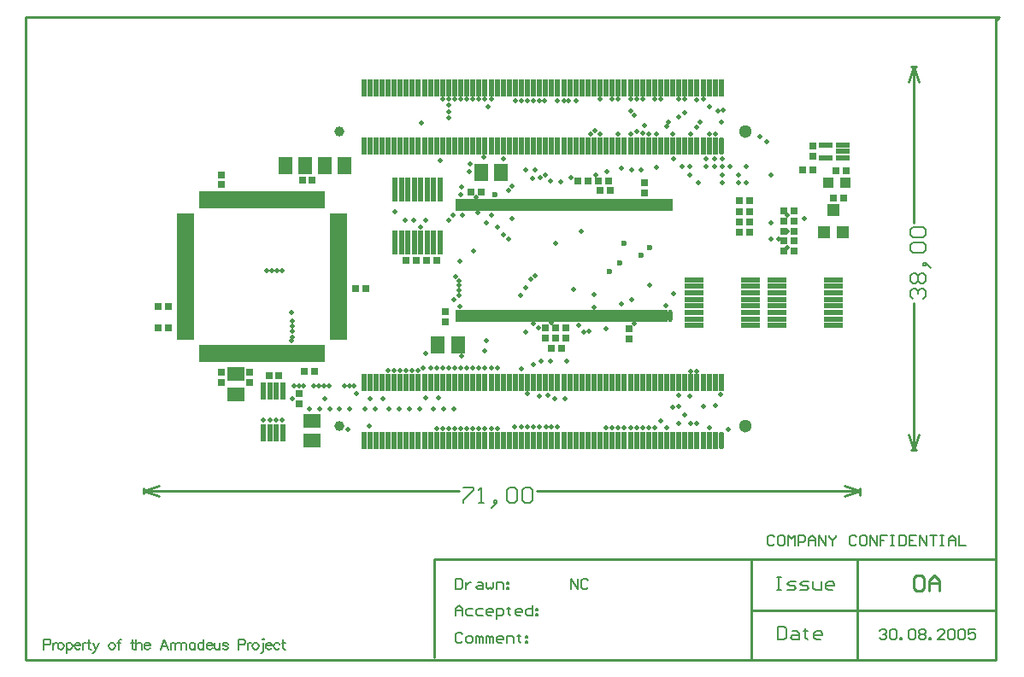
<source format=gbs>
%FSLAX42Y42*%
%MOMM*%
G71*
G01*
G75*
%ADD10C,0.45*%
%ADD11R,0.30X1.60*%
%ADD12R,0.60X0.50*%
%ADD13R,0.50X0.60*%
%ADD14R,1.20X1.50*%
%ADD15R,1.50X1.20*%
%ADD16R,0.80X0.90*%
%ADD17R,1.60X0.30*%
%ADD18R,1.95X3.40*%
%ADD19R,1.95X1.10*%
%ADD20R,1.45X0.55*%
%ADD21R,0.90X0.80*%
%ADD22R,2.60X2.40*%
%ADD23R,1.00X2.50*%
%ADD24R,2.50X6.00*%
%ADD25R,3.50X3.20*%
%ADD26R,4.50X1.50*%
%ADD27R,1.50X0.35*%
%ADD28C,0.15*%
%ADD29C,0.25*%
%ADD30C,0.15*%
%ADD31C,0.13*%
%ADD32C,0.18*%
%ADD33C,0.30*%
%ADD34C,0.40*%
%ADD35R,0.35X1.60*%
%ADD36C,0.80*%
%ADD37C,1.10*%
%ADD38O,0.35X1.60*%
%ADD39R,0.95X1.00*%
%ADD40R,1.15X0.35*%
%ADD41R,1.15X0.35*%
%ADD42R,1.65X0.30*%
%ADD43R,0.30X1.00*%
%ADD44O,0.30X1.00*%
%ADD45R,0.40X1.55*%
%ADD46R,0.40X2.20*%
%ADD47C,0.25*%
%ADD48C,0.20*%
%ADD49C,0.10*%
%ADD50C,0.65*%
%ADD51R,0.50X1.80*%
%ADD52R,0.80X0.70*%
%ADD53R,0.70X0.80*%
%ADD54R,1.40X1.70*%
%ADD55R,1.70X1.40*%
%ADD56R,1.00X1.10*%
%ADD57R,1.80X0.50*%
%ADD58R,2.15X3.60*%
%ADD59R,2.15X1.30*%
%ADD60R,1.65X0.75*%
%ADD61R,1.10X1.00*%
%ADD62R,2.80X2.60*%
%ADD63R,1.20X2.70*%
%ADD64R,2.70X6.20*%
%ADD65R,3.70X3.40*%
%ADD66R,4.70X1.70*%
%ADD67R,1.70X0.55*%
%ADD68C,0.50*%
%ADD69C,0.60*%
%ADD70R,0.55X1.80*%
%ADD71C,1.00*%
%ADD72C,1.30*%
%ADD73O,0.55X1.80*%
%ADD74R,1.15X1.20*%
%ADD75R,1.35X0.55*%
%ADD76R,1.35X0.55*%
%ADD77R,1.85X0.50*%
%ADD78R,0.50X1.20*%
%ADD79O,0.50X1.20*%
%ADD80R,0.60X1.75*%
%ADD81R,0.60X2.40*%
D29*
X9060Y6051D02*
X9115D01*
X9065Y2251D02*
X9110D01*
X9090Y4502D02*
Y6051D01*
Y2251D02*
Y3710D01*
X9039Y5898D02*
X9090Y6051D01*
X9141Y5898D01*
X9090Y2251D02*
X9141Y2403D01*
X9039D02*
X9090Y2251D01*
X1457Y1815D02*
Y1865D01*
X8557Y1800D02*
Y1865D01*
X1457Y1840D02*
X4583D01*
X5350D02*
X8557D01*
X1457D02*
X1610Y1789D01*
X1457Y1840D02*
X1610Y1891D01*
X8405D02*
X8557Y1840D01*
X8405Y1789D02*
X8557Y1840D01*
X8530Y170D02*
Y1170D01*
X7480Y660D02*
X9900D01*
X7480Y180D02*
Y1170D01*
X4340Y190D02*
Y1170D01*
X9900D01*
Y170D02*
Y6540D01*
Y6510D02*
X9930Y6540D01*
X290D02*
X9930D01*
X290Y170D02*
Y6540D01*
Y170D02*
X9900D01*
X9090Y977D02*
X9115Y1002D01*
X9166D01*
X9192Y977D01*
Y875D01*
X9166Y850D01*
X9115D01*
X9090Y875D01*
Y977D01*
X9242Y850D02*
Y952D01*
X9293Y1002D01*
X9344Y952D01*
Y850D01*
Y926D01*
X9242D01*
D30*
X9078Y3751D02*
X9053Y3776D01*
Y3827D01*
X9078Y3852D01*
X9104D01*
X9129Y3827D01*
Y3801D01*
Y3827D01*
X9155Y3852D01*
X9180D01*
X9205Y3827D01*
Y3776D01*
X9180Y3751D01*
X9078Y3903D02*
X9053Y3928D01*
Y3979D01*
X9078Y4005D01*
X9104D01*
X9129Y3979D01*
X9155Y4005D01*
X9180D01*
X9205Y3979D01*
Y3928D01*
X9180Y3903D01*
X9155D01*
X9129Y3928D01*
X9104Y3903D01*
X9078D01*
X9129Y3928D02*
Y3979D01*
X9231Y4081D02*
X9205Y4106D01*
X9180D01*
Y4081D01*
X9205D01*
Y4106D01*
X9231Y4081D01*
X9256Y4055D01*
X9078Y4208D02*
X9053Y4233D01*
Y4284D01*
X9078Y4309D01*
X9180D01*
X9205Y4284D01*
Y4233D01*
X9180Y4208D01*
X9078D01*
Y4360D02*
X9053Y4385D01*
Y4436D01*
X9078Y4462D01*
X9180D01*
X9205Y4436D01*
Y4385D01*
X9180Y4360D01*
X9078D01*
X4624Y1876D02*
X4725D01*
Y1850D01*
X4624Y1749D01*
Y1723D01*
X4776D02*
X4827D01*
X4802D01*
Y1876D01*
X4776Y1850D01*
X4928Y1698D02*
X4954Y1723D01*
Y1749D01*
X4928D01*
Y1723D01*
X4954D01*
X4928Y1698D01*
X4903Y1672D01*
X5055Y1850D02*
X5081Y1876D01*
X5132D01*
X5157Y1850D01*
Y1749D01*
X5132Y1723D01*
X5081D01*
X5055Y1749D01*
Y1850D01*
X5208D02*
X5233Y1876D01*
X5284D01*
X5309Y1850D01*
Y1749D01*
X5284Y1723D01*
X5233D01*
X5208Y1749D01*
Y1850D01*
D31*
X8750Y455D02*
X8767Y472D01*
X8801D01*
X8818Y455D01*
Y438D01*
X8801Y421D01*
X8784D01*
X8801D01*
X8818Y404D01*
Y387D01*
X8801Y370D01*
X8767D01*
X8750Y387D01*
X8852Y455D02*
X8868Y472D01*
X8902D01*
X8919Y455D01*
Y387D01*
X8902Y370D01*
X8868D01*
X8852Y387D01*
Y455D01*
X8953Y370D02*
Y387D01*
X8970D01*
Y370D01*
X8953D01*
X9038Y455D02*
X9055Y472D01*
X9089D01*
X9105Y455D01*
Y387D01*
X9089Y370D01*
X9055D01*
X9038Y387D01*
Y455D01*
X9139D02*
X9156Y472D01*
X9190D01*
X9207Y455D01*
Y438D01*
X9190Y421D01*
X9207Y404D01*
Y387D01*
X9190Y370D01*
X9156D01*
X9139Y387D01*
Y404D01*
X9156Y421D01*
X9139Y438D01*
Y455D01*
X9156Y421D02*
X9190D01*
X9241Y370D02*
Y387D01*
X9258D01*
Y370D01*
X9241D01*
X9393D02*
X9326D01*
X9393Y438D01*
Y455D01*
X9376Y472D01*
X9342D01*
X9326Y455D01*
X9427D02*
X9444Y472D01*
X9478D01*
X9495Y455D01*
Y387D01*
X9478Y370D01*
X9444D01*
X9427Y387D01*
Y455D01*
X9529D02*
X9546Y472D01*
X9579D01*
X9596Y455D01*
Y387D01*
X9579Y370D01*
X9546D01*
X9529Y387D01*
Y455D01*
X9698Y472D02*
X9630D01*
Y421D01*
X9664Y438D01*
X9681D01*
X9698Y421D01*
Y387D01*
X9681Y370D01*
X9647D01*
X9630Y387D01*
X5690Y870D02*
Y972D01*
X5758Y870D01*
Y972D01*
X5859Y955D02*
X5842Y972D01*
X5808D01*
X5792Y955D01*
Y887D01*
X5808Y870D01*
X5842D01*
X5859Y887D01*
X470Y318D02*
X514D01*
X528Y323D01*
X533Y328D01*
X538Y338D01*
Y352D01*
X533Y362D01*
X528Y367D01*
X514Y372D01*
X470D01*
Y270D01*
X560Y338D02*
Y270D01*
Y309D02*
X565Y323D01*
X575Y333D01*
X585Y338D01*
X599D01*
X633D02*
X623Y333D01*
X613Y323D01*
X608Y309D01*
Y299D01*
X613Y285D01*
X623Y275D01*
X633Y270D01*
X647D01*
X657Y275D01*
X666Y285D01*
X671Y299D01*
Y309D01*
X666Y323D01*
X657Y333D01*
X647Y338D01*
X633D01*
X693D02*
Y236D01*
Y323D02*
X703Y333D01*
X713Y338D01*
X727D01*
X737Y333D01*
X747Y323D01*
X752Y309D01*
Y299D01*
X747Y285D01*
X737Y275D01*
X727Y270D01*
X713D01*
X703Y275D01*
X693Y285D01*
X773Y309D02*
X831D01*
Y318D01*
X826Y328D01*
X822Y333D01*
X812Y338D01*
X797D01*
X788Y333D01*
X778Y323D01*
X773Y309D01*
Y299D01*
X778Y285D01*
X788Y275D01*
X797Y270D01*
X812D01*
X822Y275D01*
X831Y285D01*
X853Y338D02*
Y270D01*
Y309D02*
X858Y323D01*
X868Y333D01*
X877Y338D01*
X892D01*
X915Y372D02*
Y289D01*
X920Y275D01*
X930Y270D01*
X940D01*
X901Y338D02*
X935D01*
X959D02*
X988Y270D01*
X1017Y338D02*
X988Y270D01*
X978Y251D01*
X969Y241D01*
X959Y236D01*
X954D01*
X1138Y338D02*
X1128Y333D01*
X1119Y323D01*
X1114Y309D01*
Y299D01*
X1119Y285D01*
X1128Y275D01*
X1138Y270D01*
X1153D01*
X1162Y275D01*
X1172Y285D01*
X1177Y299D01*
Y309D01*
X1172Y323D01*
X1162Y333D01*
X1153Y338D01*
X1138D01*
X1238Y372D02*
X1228D01*
X1218Y367D01*
X1213Y352D01*
Y270D01*
X1199Y338D02*
X1233D01*
X1346Y372D02*
Y289D01*
X1351Y275D01*
X1361Y270D01*
X1371D01*
X1332Y338D02*
X1366D01*
X1385Y372D02*
Y270D01*
Y318D02*
X1400Y333D01*
X1409Y338D01*
X1424D01*
X1434Y333D01*
X1438Y318D01*
Y270D01*
X1465Y309D02*
X1523D01*
Y318D01*
X1518Y328D01*
X1513Y333D01*
X1504Y338D01*
X1489D01*
X1479Y333D01*
X1470Y323D01*
X1465Y309D01*
Y299D01*
X1470Y285D01*
X1479Y275D01*
X1489Y270D01*
X1504D01*
X1513Y275D01*
X1523Y285D01*
X1702Y270D02*
X1663Y372D01*
X1625Y270D01*
X1639Y304D02*
X1687D01*
X1726Y338D02*
Y270D01*
Y309D02*
X1731Y323D01*
X1740Y333D01*
X1750Y338D01*
X1764D01*
X1774D02*
Y270D01*
Y318D02*
X1788Y333D01*
X1798Y338D01*
X1812D01*
X1822Y333D01*
X1827Y318D01*
Y270D01*
Y318D02*
X1841Y333D01*
X1851Y338D01*
X1865D01*
X1875Y333D01*
X1880Y318D01*
Y270D01*
X1970Y338D02*
Y270D01*
Y323D02*
X1960Y333D01*
X1951Y338D01*
X1936D01*
X1926Y333D01*
X1917Y323D01*
X1912Y309D01*
Y299D01*
X1917Y285D01*
X1926Y275D01*
X1936Y270D01*
X1951D01*
X1960Y275D01*
X1970Y285D01*
X2055Y372D02*
Y270D01*
Y323D02*
X2045Y333D01*
X2036Y338D01*
X2021D01*
X2012Y333D01*
X2002Y323D01*
X1997Y309D01*
Y299D01*
X2002Y285D01*
X2012Y275D01*
X2021Y270D01*
X2036D01*
X2045Y275D01*
X2055Y285D01*
X2082Y309D02*
X2140D01*
Y318D01*
X2135Y328D01*
X2131Y333D01*
X2121Y338D01*
X2106D01*
X2097Y333D01*
X2087Y323D01*
X2082Y309D01*
Y299D01*
X2087Y285D01*
X2097Y275D01*
X2106Y270D01*
X2121D01*
X2131Y275D01*
X2140Y285D01*
X2162Y338D02*
Y289D01*
X2167Y275D01*
X2177Y270D01*
X2191D01*
X2201Y275D01*
X2215Y289D01*
Y338D02*
Y270D01*
X2295Y323D02*
X2290Y333D01*
X2276Y338D01*
X2261D01*
X2247Y333D01*
X2242Y323D01*
X2247Y314D01*
X2256Y309D01*
X2281Y304D01*
X2290Y299D01*
X2295Y289D01*
Y285D01*
X2290Y275D01*
X2276Y270D01*
X2261D01*
X2247Y275D01*
X2242Y285D01*
X2396Y318D02*
X2440D01*
X2454Y323D01*
X2459Y328D01*
X2464Y338D01*
Y352D01*
X2459Y362D01*
X2454Y367D01*
X2440Y372D01*
X2396D01*
Y270D01*
X2487Y338D02*
Y270D01*
Y309D02*
X2491Y323D01*
X2501Y333D01*
X2511Y338D01*
X2525D01*
X2559D02*
X2549Y333D01*
X2539Y323D01*
X2534Y309D01*
Y299D01*
X2539Y285D01*
X2549Y275D01*
X2559Y270D01*
X2573D01*
X2583Y275D01*
X2592Y285D01*
X2597Y299D01*
Y309D01*
X2592Y323D01*
X2583Y333D01*
X2573Y338D01*
X2559D01*
X2639Y372D02*
X2644Y367D01*
X2649Y372D01*
X2644Y376D01*
X2639Y372D01*
X2644Y338D02*
Y255D01*
X2639Y241D01*
X2629Y236D01*
X2620D01*
X2667Y309D02*
X2726D01*
Y318D01*
X2721Y328D01*
X2716Y333D01*
X2706Y338D01*
X2692D01*
X2682Y333D01*
X2672Y323D01*
X2667Y309D01*
Y299D01*
X2672Y285D01*
X2682Y275D01*
X2692Y270D01*
X2706D01*
X2716Y275D01*
X2726Y285D01*
X2805Y323D02*
X2796Y333D01*
X2786Y338D01*
X2771D01*
X2762Y333D01*
X2752Y323D01*
X2747Y309D01*
Y299D01*
X2752Y285D01*
X2762Y275D01*
X2771Y270D01*
X2786D01*
X2796Y275D01*
X2805Y285D01*
X2842Y372D02*
Y289D01*
X2846Y275D01*
X2856Y270D01*
X2866D01*
X2827Y338D02*
X2861D01*
X4550Y610D02*
Y678D01*
X4584Y712D01*
X4618Y678D01*
Y610D01*
Y661D01*
X4550D01*
X4719Y678D02*
X4668D01*
X4652Y661D01*
Y627D01*
X4668Y610D01*
X4719D01*
X4821Y678D02*
X4770D01*
X4753Y661D01*
Y627D01*
X4770Y610D01*
X4821D01*
X4905D02*
X4872D01*
X4855Y627D01*
Y661D01*
X4872Y678D01*
X4905D01*
X4922Y661D01*
Y644D01*
X4855D01*
X4956Y576D02*
Y678D01*
X5007D01*
X5024Y661D01*
Y627D01*
X5007Y610D01*
X4956D01*
X5075Y695D02*
Y678D01*
X5058D01*
X5092D01*
X5075D01*
Y627D01*
X5092Y610D01*
X5193D02*
X5159D01*
X5142Y627D01*
Y661D01*
X5159Y678D01*
X5193D01*
X5210Y661D01*
Y644D01*
X5142D01*
X5312Y712D02*
Y610D01*
X5261D01*
X5244Y627D01*
Y661D01*
X5261Y678D01*
X5312D01*
X5346D02*
X5363D01*
Y661D01*
X5346D01*
Y678D01*
Y627D02*
X5363D01*
Y610D01*
X5346D01*
Y627D01*
X4550Y972D02*
Y870D01*
X4601D01*
X4618Y887D01*
Y955D01*
X4601Y972D01*
X4550D01*
X4652Y938D02*
Y870D01*
Y904D01*
X4668Y921D01*
X4685Y938D01*
X4702D01*
X4770D02*
X4804D01*
X4821Y921D01*
Y870D01*
X4770D01*
X4753Y887D01*
X4770Y904D01*
X4821D01*
X4855Y938D02*
Y887D01*
X4872Y870D01*
X4889Y887D01*
X4905Y870D01*
X4922Y887D01*
Y938D01*
X4956Y870D02*
Y938D01*
X5007D01*
X5024Y921D01*
Y870D01*
X5058Y938D02*
X5075D01*
Y921D01*
X5058D01*
Y938D01*
Y887D02*
X5075D01*
Y870D01*
X5058D01*
Y887D01*
X4618Y425D02*
X4601Y442D01*
X4567D01*
X4550Y425D01*
Y357D01*
X4567Y340D01*
X4601D01*
X4618Y357D01*
X4668Y340D02*
X4702D01*
X4719Y357D01*
Y391D01*
X4702Y408D01*
X4668D01*
X4652Y391D01*
Y357D01*
X4668Y340D01*
X4753D02*
Y408D01*
X4770D01*
X4787Y391D01*
Y340D01*
Y391D01*
X4804Y408D01*
X4821Y391D01*
Y340D01*
X4855D02*
Y408D01*
X4872D01*
X4889Y391D01*
Y340D01*
Y391D01*
X4905Y408D01*
X4922Y391D01*
Y340D01*
X5007D02*
X4973D01*
X4956Y357D01*
Y391D01*
X4973Y408D01*
X5007D01*
X5024Y391D01*
Y374D01*
X4956D01*
X5058Y340D02*
Y408D01*
X5109D01*
X5126Y391D01*
Y340D01*
X5176Y425D02*
Y408D01*
X5159D01*
X5193D01*
X5176D01*
Y357D01*
X5193Y340D01*
X5244Y408D02*
X5261D01*
Y391D01*
X5244D01*
Y408D01*
Y357D02*
X5261D01*
Y340D01*
X5244D01*
Y357D01*
X7708Y1385D02*
X7691Y1402D01*
X7657D01*
X7640Y1385D01*
Y1317D01*
X7657Y1300D01*
X7691D01*
X7708Y1317D01*
X7792Y1402D02*
X7758D01*
X7742Y1385D01*
Y1317D01*
X7758Y1300D01*
X7792D01*
X7809Y1317D01*
Y1385D01*
X7792Y1402D01*
X7843Y1300D02*
Y1402D01*
X7877Y1368D01*
X7911Y1402D01*
Y1300D01*
X7945D02*
Y1402D01*
X7995D01*
X8012Y1385D01*
Y1351D01*
X7995Y1334D01*
X7945D01*
X8046Y1300D02*
Y1368D01*
X8080Y1402D01*
X8114Y1368D01*
Y1300D01*
Y1351D01*
X8046D01*
X8148Y1300D02*
Y1402D01*
X8216Y1300D01*
Y1402D01*
X8249D02*
Y1385D01*
X8283Y1351D01*
X8317Y1385D01*
Y1402D01*
X8283Y1351D02*
Y1300D01*
X8520Y1385D02*
X8503Y1402D01*
X8469D01*
X8453Y1385D01*
Y1317D01*
X8469Y1300D01*
X8503D01*
X8520Y1317D01*
X8605Y1402D02*
X8571D01*
X8554Y1385D01*
Y1317D01*
X8571Y1300D01*
X8605D01*
X8622Y1317D01*
Y1385D01*
X8605Y1402D01*
X8656Y1300D02*
Y1402D01*
X8723Y1300D01*
Y1402D01*
X8825D02*
X8757D01*
Y1351D01*
X8791D01*
X8757D01*
Y1300D01*
X8859Y1402D02*
X8893D01*
X8876D01*
Y1300D01*
X8859D01*
X8893D01*
X8943Y1402D02*
Y1300D01*
X8994D01*
X9011Y1317D01*
Y1385D01*
X8994Y1402D01*
X8943D01*
X9113D02*
X9045D01*
Y1300D01*
X9113D01*
X9045Y1351D02*
X9079D01*
X9147Y1300D02*
Y1402D01*
X9214Y1300D01*
Y1402D01*
X9248D02*
X9316D01*
X9282D01*
Y1300D01*
X9350Y1402D02*
X9384D01*
X9367D01*
Y1300D01*
X9350D01*
X9384D01*
X9434D02*
Y1368D01*
X9468Y1402D01*
X9502Y1368D01*
Y1300D01*
Y1351D01*
X9434D01*
X9536Y1402D02*
Y1300D01*
X9604D01*
D32*
X7740Y497D02*
Y370D01*
X7803D01*
X7825Y391D01*
Y476D01*
X7803Y497D01*
X7740D01*
X7888Y455D02*
X7930D01*
X7952Y433D01*
Y370D01*
X7888D01*
X7867Y391D01*
X7888Y412D01*
X7952D01*
X8015Y476D02*
Y455D01*
X7994D01*
X8036D01*
X8015D01*
Y391D01*
X8036Y370D01*
X8163D02*
X8121D01*
X8100Y391D01*
Y433D01*
X8121Y455D01*
X8163D01*
X8184Y433D01*
Y412D01*
X8100D01*
X7730Y987D02*
X7772D01*
X7751D01*
Y860D01*
X7730D01*
X7772D01*
X7836D02*
X7899D01*
X7920Y881D01*
X7899Y902D01*
X7857D01*
X7836Y923D01*
X7857Y945D01*
X7920D01*
X7963Y860D02*
X8026D01*
X8047Y881D01*
X8026Y902D01*
X7984D01*
X7963Y923D01*
X7984Y945D01*
X8047D01*
X8090D02*
Y881D01*
X8111Y860D01*
X8174D01*
Y945D01*
X8280Y860D02*
X8238D01*
X8217Y881D01*
Y923D01*
X8238Y945D01*
X8280D01*
X8301Y923D01*
Y902D01*
X8217D01*
D51*
X3130Y3210D02*
D03*
X2030Y4730D02*
D03*
X2080D02*
D03*
X2130D02*
D03*
X2180D02*
D03*
X2230D02*
D03*
X2280D02*
D03*
X2330D02*
D03*
X2380D02*
D03*
X2430D02*
D03*
X2480D02*
D03*
X2530D02*
D03*
X2580D02*
D03*
X2630D02*
D03*
X2680D02*
D03*
X2730D02*
D03*
X2780D02*
D03*
X2830D02*
D03*
X2880D02*
D03*
X2930D02*
D03*
X2980D02*
D03*
X3030D02*
D03*
X3080D02*
D03*
X3130D02*
D03*
X3180D02*
D03*
X3230D02*
D03*
X2030Y3210D02*
D03*
X2080D02*
D03*
X2130D02*
D03*
X2180D02*
D03*
X2230D02*
D03*
X2280D02*
D03*
X2330D02*
D03*
X2380D02*
D03*
X2430D02*
D03*
X2480D02*
D03*
X2530D02*
D03*
X2580D02*
D03*
X2630D02*
D03*
X2680D02*
D03*
X2730D02*
D03*
X2780D02*
D03*
X2830D02*
D03*
X2880D02*
D03*
X2930D02*
D03*
X2980D02*
D03*
X3030D02*
D03*
X3080D02*
D03*
X3180D02*
D03*
X3230D02*
D03*
D52*
X3000Y2810D02*
D03*
Y2710D02*
D03*
X5640Y3460D02*
D03*
Y3360D02*
D03*
X8090Y5160D02*
D03*
Y5260D02*
D03*
X6270Y3450D02*
D03*
Y3350D02*
D03*
X4450Y3620D02*
D03*
Y3520D02*
D03*
X6420Y4800D02*
D03*
Y4900D02*
D03*
X2510Y3020D02*
D03*
Y2920D02*
D03*
X2230Y4880D02*
D03*
Y4980D02*
D03*
Y3020D02*
D03*
Y2920D02*
D03*
D53*
X8320Y5020D02*
D03*
X8420D02*
D03*
X5600Y3260D02*
D03*
X5500D02*
D03*
X5540Y3360D02*
D03*
X5440D02*
D03*
X7800Y4220D02*
D03*
X7900D02*
D03*
X7800Y4320D02*
D03*
X7900D02*
D03*
X7800Y4620D02*
D03*
X7900D02*
D03*
X7800Y4420D02*
D03*
X7900D02*
D03*
X7900Y4520D02*
D03*
X7800D02*
D03*
X3030Y4925D02*
D03*
X3130D02*
D03*
X4800Y4810D02*
D03*
X4700D02*
D03*
X7360Y4720D02*
D03*
X7460D02*
D03*
X1700Y3670D02*
D03*
X1600D02*
D03*
X1600Y3460D02*
D03*
X1700D02*
D03*
X3560Y3850D02*
D03*
X3660D02*
D03*
X3050Y3030D02*
D03*
X3150D02*
D03*
X2800Y2990D02*
D03*
X2700D02*
D03*
X4360Y4130D02*
D03*
X4260D02*
D03*
X4060Y4130D02*
D03*
X4160D02*
D03*
X7990Y5030D02*
D03*
X8090D02*
D03*
X7360Y4410D02*
D03*
X7460D02*
D03*
X7360Y4510D02*
D03*
X7460D02*
D03*
X7360Y4610D02*
D03*
X7460D02*
D03*
X8390Y4750D02*
D03*
X8290D02*
D03*
X5860Y4920D02*
D03*
X5760D02*
D03*
X6080Y4820D02*
D03*
X5980D02*
D03*
X5960Y4920D02*
D03*
X6060D02*
D03*
X5540Y3460D02*
D03*
X5440D02*
D03*
D54*
X4570Y3290D02*
D03*
X4370D02*
D03*
X3060Y5070D02*
D03*
X2860D02*
D03*
X5000Y5000D02*
D03*
X4800D02*
D03*
X3250Y5070D02*
D03*
X3450D02*
D03*
D55*
X3130Y2540D02*
D03*
Y2340D02*
D03*
X2370Y3000D02*
D03*
Y2800D02*
D03*
D57*
X3390Y4570D02*
D03*
Y4520D02*
D03*
Y4470D02*
D03*
Y4420D02*
D03*
Y4370D02*
D03*
Y4320D02*
D03*
Y4270D02*
D03*
Y4220D02*
D03*
Y4170D02*
D03*
Y4120D02*
D03*
Y4070D02*
D03*
Y4020D02*
D03*
Y3970D02*
D03*
Y3920D02*
D03*
Y3870D02*
D03*
Y3820D02*
D03*
Y3770D02*
D03*
Y3720D02*
D03*
Y3670D02*
D03*
Y3620D02*
D03*
Y3570D02*
D03*
Y3520D02*
D03*
Y3470D02*
D03*
Y3420D02*
D03*
Y3370D02*
D03*
X1870Y4570D02*
D03*
Y4520D02*
D03*
Y4470D02*
D03*
Y4420D02*
D03*
Y4370D02*
D03*
Y4320D02*
D03*
Y4270D02*
D03*
Y4220D02*
D03*
Y4170D02*
D03*
Y4120D02*
D03*
Y4070D02*
D03*
Y4020D02*
D03*
Y3970D02*
D03*
Y3920D02*
D03*
Y3870D02*
D03*
Y3820D02*
D03*
Y3770D02*
D03*
Y3720D02*
D03*
Y3670D02*
D03*
Y3620D02*
D03*
Y3570D02*
D03*
Y3520D02*
D03*
Y3470D02*
D03*
Y3420D02*
D03*
Y3370D02*
D03*
D61*
X8410Y4900D02*
D03*
X8240D02*
D03*
D68*
X5560Y2480D02*
D03*
X5630Y2760D02*
D03*
X5500Y2480D02*
D03*
X5530Y2760D02*
D03*
X5450Y2480D02*
D03*
X5460Y2790D02*
D03*
X5380Y2480D02*
D03*
Y2780D02*
D03*
X5320Y2480D02*
D03*
Y3100D02*
D03*
X5260Y2480D02*
D03*
Y2810D02*
D03*
X5200Y2480D02*
D03*
X5130D02*
D03*
X5200Y3050D02*
D03*
X2640Y2550D02*
D03*
X2680Y4030D02*
D03*
X2710Y2550D02*
D03*
X2730Y4030D02*
D03*
X2770Y2550D02*
D03*
X2780Y4030D02*
D03*
X2830Y2550D02*
D03*
Y4030D02*
D03*
X5310Y4940D02*
D03*
X5110Y4540D02*
D03*
X6420Y5470D02*
D03*
X5980Y5730D02*
D03*
X4480Y5540D02*
D03*
Y5600D02*
D03*
Y5670D02*
D03*
X4210Y5490D02*
D03*
X4870Y5650D02*
D03*
X5020Y5140D02*
D03*
X4680Y5010D02*
D03*
X4690Y5090D02*
D03*
X4830Y5150D02*
D03*
X4610Y4860D02*
D03*
X5890Y5380D02*
D03*
X5930Y5420D02*
D03*
X6280Y5730D02*
D03*
X6340Y5410D02*
D03*
X6320Y5570D02*
D03*
X6280Y5610D02*
D03*
X3950Y4610D02*
D03*
X6100Y5730D02*
D03*
X6160D02*
D03*
X6340D02*
D03*
X6400D02*
D03*
Y5390D02*
D03*
X4250Y4530D02*
D03*
X4200Y4460D02*
D03*
X7150Y5610D02*
D03*
X6970Y5500D02*
D03*
X6940Y5450D02*
D03*
X6540Y5380D02*
D03*
X6520Y5730D02*
D03*
X6580D02*
D03*
X6660Y5500D02*
D03*
X6640Y5460D02*
D03*
X6760Y5550D02*
D03*
X6820Y5590D02*
D03*
X6880Y5380D02*
D03*
X7200Y5620D02*
D03*
X6940Y5720D02*
D03*
X7000Y5730D02*
D03*
X6760D02*
D03*
X6820D02*
D03*
X7180Y5500D02*
D03*
X7060Y5380D02*
D03*
X7120D02*
D03*
X5980D02*
D03*
X6160D02*
D03*
X6280D02*
D03*
X6460D02*
D03*
X6700D02*
D03*
X6710Y5140D02*
D03*
X7350Y4980D02*
D03*
X7190Y5060D02*
D03*
Y4900D02*
D03*
Y4980D02*
D03*
X6400Y2470D02*
D03*
X6460D02*
D03*
X6940Y3030D02*
D03*
X6880D02*
D03*
X6700Y2670D02*
D03*
X7120Y2690D02*
D03*
X6760Y2790D02*
D03*
X7060Y2470D02*
D03*
X7250Y2450D02*
D03*
X4400Y5120D02*
D03*
X4480Y4530D02*
D03*
X4520Y4580D02*
D03*
X4600Y4780D02*
D03*
X4050Y4530D02*
D03*
X4130D02*
D03*
X7350Y4900D02*
D03*
X7430D02*
D03*
X7270Y5060D02*
D03*
X7430D02*
D03*
X7670Y4340D02*
D03*
Y4500D02*
D03*
X8000Y4540D02*
D03*
X7830Y4260D02*
D03*
X7750Y4340D02*
D03*
X7830Y4420D02*
D03*
Y4580D02*
D03*
X4900Y5730D02*
D03*
X4840D02*
D03*
X4780D02*
D03*
X4720Y5730D02*
D03*
X4660Y5730D02*
D03*
X4600D02*
D03*
X4540Y5730D02*
D03*
X4480Y5730D02*
D03*
X4420D02*
D03*
X3570Y2810D02*
D03*
X3690Y2490D02*
D03*
X3480Y2450D02*
D03*
X4360Y2460D02*
D03*
X2945Y2885D02*
D03*
X2995Y2885D02*
D03*
X3045Y2885D02*
D03*
X3145D02*
D03*
X3195D02*
D03*
X3245Y2885D02*
D03*
X3295Y2885D02*
D03*
X3445D02*
D03*
X3495D02*
D03*
X3545D02*
D03*
X4420Y2460D02*
D03*
X4480D02*
D03*
X4540D02*
D03*
X4600D02*
D03*
X3250Y2760D02*
D03*
X2930D02*
D03*
X3100Y2660D02*
D03*
X3200D02*
D03*
X3300D02*
D03*
X3400D02*
D03*
X3500D02*
D03*
X3700Y2760D02*
D03*
X3650Y2660D02*
D03*
X3750D02*
D03*
X3830Y2760D02*
D03*
X4530Y2660D02*
D03*
X4430D02*
D03*
X4330D02*
D03*
X3890D02*
D03*
X3990D02*
D03*
X4090D02*
D03*
X4190D02*
D03*
X4380Y2770D02*
D03*
X4250D02*
D03*
X4660Y2460D02*
D03*
X4720D02*
D03*
X4780D02*
D03*
X4840D02*
D03*
X4900D02*
D03*
X4960D02*
D03*
X3880Y3040D02*
D03*
X3940D02*
D03*
X4000D02*
D03*
X4060D02*
D03*
X4120D02*
D03*
X4180D02*
D03*
X4230Y3060D02*
D03*
X4300D02*
D03*
X4360D02*
D03*
X4420D02*
D03*
X4480D02*
D03*
X4540D02*
D03*
X4600D02*
D03*
X4660D02*
D03*
X4720D02*
D03*
X4780D02*
D03*
X4840D02*
D03*
X4900D02*
D03*
X4960D02*
D03*
X5740Y5710D02*
D03*
X5670D02*
D03*
X5620D02*
D03*
X5560D02*
D03*
X5430D02*
D03*
X5380D02*
D03*
X5320D02*
D03*
X5260D02*
D03*
X5200D02*
D03*
X5140D02*
D03*
X6950Y4900D02*
D03*
X6870Y4980D02*
D03*
Y5060D02*
D03*
X6790D02*
D03*
X7030D02*
D03*
Y5140D02*
D03*
X7110Y5060D02*
D03*
Y5140D02*
D03*
X7190D02*
D03*
X7630Y5310D02*
D03*
X7560Y5360D02*
D03*
X7060Y5650D02*
D03*
X7670Y4980D02*
D03*
X4580Y3880D02*
D03*
Y3830D02*
D03*
Y3780D02*
D03*
X2920Y3330D02*
D03*
X2930Y3370D02*
D03*
Y3430D02*
D03*
Y3480D02*
D03*
Y3530D02*
D03*
X2920Y3610D02*
D03*
X5320Y3500D02*
D03*
X5920Y3660D02*
D03*
X5770Y3490D02*
D03*
X6710Y3800D02*
D03*
X6540Y5050D02*
D03*
X5340Y3980D02*
D03*
X5290Y3940D02*
D03*
X5240Y3860D02*
D03*
X5190Y3780D02*
D03*
X6290Y3740D02*
D03*
X6190Y3700D02*
D03*
X5392Y3127D02*
D03*
X5490Y3130D02*
D03*
X5645D02*
D03*
X4840Y3230D02*
D03*
X4850Y3330D02*
D03*
X5070Y4340D02*
D03*
X5020Y4380D02*
D03*
X4580Y3930D02*
D03*
X4550Y3970D02*
D03*
X4590Y4120D02*
D03*
X4530Y3740D02*
D03*
X4590Y3670D02*
D03*
X4610Y3180D02*
D03*
X4730Y4220D02*
D03*
X4900Y4580D02*
D03*
X4850Y4500D02*
D03*
X4960Y4460D02*
D03*
X4750Y4760D02*
D03*
X5070Y4820D02*
D03*
X5110Y4870D02*
D03*
X4620Y4580D02*
D03*
X4770Y4600D02*
D03*
X4250Y3210D02*
D03*
X5240Y3420D02*
D03*
X5370Y3460D02*
D03*
X6630Y3680D02*
D03*
X5870Y3430D02*
D03*
X5820Y3420D02*
D03*
X6040Y3450D02*
D03*
X5720Y3840D02*
D03*
X5790Y4420D02*
D03*
X6470Y3880D02*
D03*
X5920Y3790D02*
D03*
X5500Y3510D02*
D03*
X6320Y3500D02*
D03*
X5540Y4300D02*
D03*
X5390Y4950D02*
D03*
X5240Y5030D02*
D03*
X5340D02*
D03*
X5440Y4980D02*
D03*
X6190Y5040D02*
D03*
X6390Y5030D02*
D03*
X6290D02*
D03*
X6050Y5010D02*
D03*
X5940Y4980D02*
D03*
X5690Y4950D02*
D03*
X5590Y4910D02*
D03*
X5490Y4920D02*
D03*
X6340Y2470D02*
D03*
X6640D02*
D03*
X6760Y2510D02*
D03*
X6520Y2470D02*
D03*
X6940Y2510D02*
D03*
X6880D02*
D03*
X6820Y2600D02*
D03*
X7000Y2680D02*
D03*
X7170Y2800D02*
D03*
X6870Y2780D02*
D03*
X6760Y2680D02*
D03*
X6580Y2540D02*
D03*
X6280Y2470D02*
D03*
X6220D02*
D03*
X6160D02*
D03*
X6100D02*
D03*
X6040D02*
D03*
D69*
X6470Y4260D02*
D03*
X6390Y4180D02*
D03*
X6220Y4300D02*
D03*
X6170Y4100D02*
D03*
X6070Y4020D02*
D03*
X4940Y4780D02*
D03*
D70*
X4420Y2920D02*
D03*
X4360D02*
D03*
X4300D02*
D03*
X4240D02*
D03*
X4180D02*
D03*
X4120D02*
D03*
X4060D02*
D03*
X4000D02*
D03*
X3940D02*
D03*
X3880D02*
D03*
Y2340D02*
D03*
X3940D02*
D03*
X4000D02*
D03*
X4060D02*
D03*
X4120D02*
D03*
X4180D02*
D03*
X4240D02*
D03*
X4300D02*
D03*
X4360D02*
D03*
X4420D02*
D03*
X4960Y2920D02*
D03*
X4900D02*
D03*
X4840D02*
D03*
X4780D02*
D03*
X4720D02*
D03*
X4660D02*
D03*
X4600D02*
D03*
X4540D02*
D03*
X4480D02*
D03*
Y2340D02*
D03*
X4540D02*
D03*
X4600D02*
D03*
X4660D02*
D03*
X4720D02*
D03*
X4780D02*
D03*
X4840D02*
D03*
X4900D02*
D03*
X4960D02*
D03*
X3640Y2920D02*
D03*
X3700D02*
D03*
X3760D02*
D03*
X3820D02*
D03*
X5020D02*
D03*
X5080D02*
D03*
X5980D02*
D03*
X6040D02*
D03*
X6100D02*
D03*
X6160D02*
D03*
X6220D02*
D03*
X6280D02*
D03*
X6340D02*
D03*
X6400D02*
D03*
X6460D02*
D03*
X6520D02*
D03*
X6580D02*
D03*
X6640D02*
D03*
X6700D02*
D03*
X6760D02*
D03*
X6820D02*
D03*
X6880D02*
D03*
X6940D02*
D03*
X7000D02*
D03*
X7060D02*
D03*
X7120D02*
D03*
X7180D02*
D03*
X3640Y2340D02*
D03*
X3700D02*
D03*
X3760D02*
D03*
X3820D02*
D03*
X5020D02*
D03*
X5080D02*
D03*
X5920D02*
D03*
X5980D02*
D03*
X6040D02*
D03*
X6100D02*
D03*
X6160D02*
D03*
X6220D02*
D03*
X6280D02*
D03*
X6340D02*
D03*
X6400D02*
D03*
X6460D02*
D03*
X6520D02*
D03*
X6580D02*
D03*
X6640D02*
D03*
X6700D02*
D03*
X6760D02*
D03*
X6820D02*
D03*
X6880D02*
D03*
X6940D02*
D03*
X7000D02*
D03*
X7060D02*
D03*
X7120D02*
D03*
X5860Y2920D02*
D03*
X5920D02*
D03*
X5860Y2340D02*
D03*
X5800D02*
D03*
X5740D02*
D03*
X5680D02*
D03*
X5620D02*
D03*
X5560D02*
D03*
X5500D02*
D03*
X5440D02*
D03*
X5380D02*
D03*
X5320D02*
D03*
X5260D02*
D03*
X5200D02*
D03*
X5140D02*
D03*
Y2920D02*
D03*
X5200D02*
D03*
X5260D02*
D03*
X5320D02*
D03*
X5380D02*
D03*
X5440D02*
D03*
X5500D02*
D03*
X5560D02*
D03*
X5740D02*
D03*
X5800D02*
D03*
X5620D02*
D03*
X5680D02*
D03*
X5800Y5840D02*
D03*
X5740D02*
D03*
X5680D02*
D03*
X5620D02*
D03*
X5560D02*
D03*
X5500D02*
D03*
X5440D02*
D03*
X5380D02*
D03*
X5320D02*
D03*
X5260D02*
D03*
X5200D02*
D03*
X5140D02*
D03*
Y5260D02*
D03*
X5200D02*
D03*
X5260D02*
D03*
X5320D02*
D03*
X5380D02*
D03*
X5440D02*
D03*
X5500D02*
D03*
X5560D02*
D03*
X5620D02*
D03*
X5680D02*
D03*
X5740D02*
D03*
X5800D02*
D03*
X5860Y5840D02*
D03*
X5080Y5260D02*
D03*
X4360Y5840D02*
D03*
X5920D02*
D03*
X5980D02*
D03*
X6040D02*
D03*
X6100D02*
D03*
X6160D02*
D03*
X6220D02*
D03*
X6280D02*
D03*
X6340D02*
D03*
X6400D02*
D03*
X6460D02*
D03*
X6520D02*
D03*
X6580D02*
D03*
X6640D02*
D03*
X6700D02*
D03*
X6760D02*
D03*
X6820D02*
D03*
X6880D02*
D03*
X6940D02*
D03*
X7000D02*
D03*
X7060D02*
D03*
X7120D02*
D03*
X7180D02*
D03*
X3640Y5260D02*
D03*
X3700D02*
D03*
X4420D02*
D03*
X5860D02*
D03*
X5920D02*
D03*
X5980D02*
D03*
X6040D02*
D03*
X6100D02*
D03*
X6160D02*
D03*
X6220D02*
D03*
X6280D02*
D03*
X6340D02*
D03*
X6400D02*
D03*
X6460D02*
D03*
X6520D02*
D03*
X6580D02*
D03*
X6640D02*
D03*
X6700D02*
D03*
X6760D02*
D03*
X6820D02*
D03*
X6880D02*
D03*
X6940D02*
D03*
X7000D02*
D03*
X7060D02*
D03*
X7120D02*
D03*
X5020D02*
D03*
X4960D02*
D03*
X4900D02*
D03*
X4840D02*
D03*
X4780D02*
D03*
X4720D02*
D03*
X4660D02*
D03*
X4600D02*
D03*
X4540D02*
D03*
X4480D02*
D03*
X4420Y5840D02*
D03*
X4480D02*
D03*
X4540D02*
D03*
X4600D02*
D03*
X4660D02*
D03*
X4720D02*
D03*
X4780D02*
D03*
X4840D02*
D03*
X4900D02*
D03*
X4960D02*
D03*
X3760Y5260D02*
D03*
X4120Y5840D02*
D03*
X4360Y5260D02*
D03*
X4300D02*
D03*
X4240D02*
D03*
X4180D02*
D03*
X4120D02*
D03*
X4060D02*
D03*
X4000D02*
D03*
X3940D02*
D03*
X3880D02*
D03*
X3820D02*
D03*
X3640Y5840D02*
D03*
X3700D02*
D03*
X3760D02*
D03*
X3820D02*
D03*
X3880D02*
D03*
X3940D02*
D03*
X4000D02*
D03*
X4060D02*
D03*
X4180D02*
D03*
X4240D02*
D03*
X4300D02*
D03*
X5020D02*
D03*
X5080D02*
D03*
D71*
X3400Y2490D02*
D03*
Y5410D02*
D03*
D72*
X7420Y2490D02*
D03*
Y5410D02*
D03*
D73*
X7180Y2340D02*
D03*
Y5260D02*
D03*
D74*
X8385Y4408D02*
D03*
X8195Y4408D02*
D03*
X8290Y4633D02*
D03*
D75*
X8212Y5145D02*
D03*
Y5275D02*
D03*
X8388Y5145D02*
D03*
Y5210D02*
D03*
D76*
Y5275D02*
D03*
D77*
X8288Y3938D02*
D03*
Y3872D02*
D03*
Y3808D02*
D03*
Y3742D02*
D03*
Y3678D02*
D03*
Y3612D02*
D03*
Y3548D02*
D03*
Y3483D02*
D03*
X7732Y3938D02*
D03*
Y3872D02*
D03*
Y3808D02*
D03*
Y3742D02*
D03*
Y3678D02*
D03*
Y3612D02*
D03*
Y3548D02*
D03*
Y3483D02*
D03*
X7468Y3938D02*
D03*
Y3872D02*
D03*
Y3808D02*
D03*
Y3742D02*
D03*
Y3678D02*
D03*
Y3612D02*
D03*
Y3548D02*
D03*
Y3483D02*
D03*
X6912Y3938D02*
D03*
Y3872D02*
D03*
Y3808D02*
D03*
Y3742D02*
D03*
Y3678D02*
D03*
Y3612D02*
D03*
Y3548D02*
D03*
Y3483D02*
D03*
D78*
X4570Y4676D02*
D03*
X4620D02*
D03*
X4670D02*
D03*
X4720D02*
D03*
X4770D02*
D03*
X4820D02*
D03*
X4870D02*
D03*
X4920D02*
D03*
X4970D02*
D03*
X5020D02*
D03*
X5070D02*
D03*
X5120D02*
D03*
X5170D02*
D03*
X5220D02*
D03*
X5270D02*
D03*
X5320D02*
D03*
X5370D02*
D03*
X5420D02*
D03*
X5470D02*
D03*
X5520D02*
D03*
X5570D02*
D03*
X5620D02*
D03*
X5670D02*
D03*
X5720D02*
D03*
X5770D02*
D03*
X5820D02*
D03*
X5870D02*
D03*
X5920D02*
D03*
X5970D02*
D03*
X6020D02*
D03*
X6070D02*
D03*
X6120D02*
D03*
X6170D02*
D03*
X6220D02*
D03*
X6270D02*
D03*
X6320D02*
D03*
X6370D02*
D03*
X6420D02*
D03*
X6470D02*
D03*
X6520D02*
D03*
X6570D02*
D03*
X6620D02*
D03*
X6670D02*
D03*
X4570Y3580D02*
D03*
X4620D02*
D03*
X4670D02*
D03*
X4720D02*
D03*
X4770D02*
D03*
X4820D02*
D03*
X4870D02*
D03*
X4920D02*
D03*
X4970D02*
D03*
X5020D02*
D03*
X5070D02*
D03*
X5120D02*
D03*
X5170D02*
D03*
X5220D02*
D03*
X5270D02*
D03*
X5320D02*
D03*
X5370D02*
D03*
X5420D02*
D03*
X5470D02*
D03*
X5520D02*
D03*
X5570D02*
D03*
X5620D02*
D03*
X5670D02*
D03*
X5720D02*
D03*
X5770D02*
D03*
X5820D02*
D03*
X5870D02*
D03*
X5920D02*
D03*
X5970D02*
D03*
X6020D02*
D03*
X6070D02*
D03*
X6120D02*
D03*
X6170D02*
D03*
X6220D02*
D03*
X6270D02*
D03*
X6320D02*
D03*
X6370D02*
D03*
X6420D02*
D03*
X6470D02*
D03*
X6520D02*
D03*
X6570D02*
D03*
X6620D02*
D03*
D79*
X6670D02*
D03*
D80*
X2642Y2838D02*
D03*
X2708D02*
D03*
X2773D02*
D03*
X2838D02*
D03*
X2642Y2423D02*
D03*
X2708D02*
D03*
X2773D02*
D03*
X2838D02*
D03*
D81*
X4392Y4310D02*
D03*
X4329D02*
D03*
X4265D02*
D03*
X4202D02*
D03*
X4138D02*
D03*
X4075D02*
D03*
X4011D02*
D03*
X3948D02*
D03*
X4392Y4830D02*
D03*
X4329D02*
D03*
X4265D02*
D03*
X4202D02*
D03*
X4138D02*
D03*
X4075D02*
D03*
X4011D02*
D03*
X3948D02*
D03*
M02*

</source>
